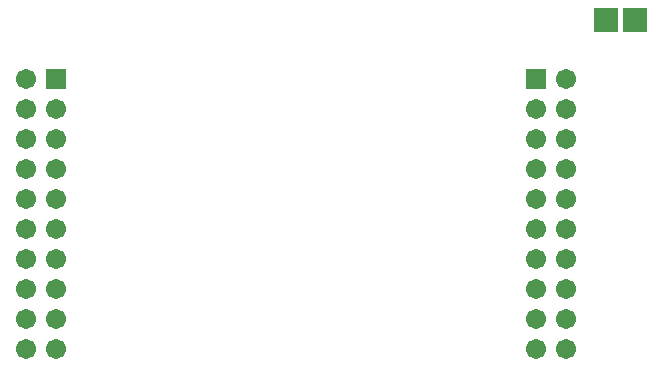
<source format=gts>
%FSLAX24Y24*%
%MOIN*%
G70*
G01*
G75*
G04 Layer_Color=8388736*
%ADD10C,0.0394*%
%ADD11C,0.0098*%
%ADD12C,0.0118*%
%ADD13C,0.0197*%
%ADD14R,0.0906X0.0795*%
%ADD15C,0.0591*%
%ADD16R,0.0591X0.0591*%
%ADD17R,0.0709X0.0709*%
%ADD18C,0.0217*%
%ADD19C,0.0236*%
%ADD20R,0.1772X0.0591*%
%ADD21O,0.0433X0.0394*%
%ADD22R,0.0433X0.0394*%
%ADD23R,0.0394X0.0433*%
%ADD24O,0.1772X0.0591*%
%ADD25R,0.0787X0.0591*%
%ADD26R,0.0591X0.0787*%
%ADD27R,0.1063X0.0630*%
%ADD28R,0.0984X0.1299*%
%ADD29R,0.1575X0.1181*%
%ADD30R,0.0157X0.0472*%
%ADD31R,0.0098X0.0709*%
%ADD32R,0.0630X0.1181*%
%ADD33R,0.0630X0.0709*%
%ADD34C,0.0157*%
%ADD35C,0.0079*%
%ADD36R,0.1651X0.0909*%
%ADD37C,0.0671*%
%ADD38R,0.0671X0.0671*%
%ADD39R,0.0789X0.0789*%
D37*
X21000Y-3000D02*
D03*
X20000Y-4000D02*
D03*
X21000D02*
D03*
X20000Y-5000D02*
D03*
X21000D02*
D03*
X20000Y-6000D02*
D03*
X21000D02*
D03*
X20000Y-7000D02*
D03*
X21000D02*
D03*
X20000Y-8000D02*
D03*
X21000D02*
D03*
X20000Y-9000D02*
D03*
X21000D02*
D03*
X20000Y-10000D02*
D03*
X21000D02*
D03*
X20000Y-11000D02*
D03*
X21000D02*
D03*
X20000Y-12000D02*
D03*
X21000D02*
D03*
X3000Y-3000D02*
D03*
X4000Y-4000D02*
D03*
X3000D02*
D03*
X4000Y-5000D02*
D03*
X3000D02*
D03*
X4000Y-6000D02*
D03*
X3000D02*
D03*
X4000Y-7000D02*
D03*
X3000D02*
D03*
X4000Y-8000D02*
D03*
X3000D02*
D03*
X4000Y-9000D02*
D03*
X3000D02*
D03*
X4000Y-10000D02*
D03*
X3000D02*
D03*
X4000Y-11000D02*
D03*
X3000D02*
D03*
X4000Y-12000D02*
D03*
X3000D02*
D03*
D38*
X20000Y-3000D02*
D03*
X4000D02*
D03*
D39*
X22335Y-1032D02*
D03*
X23319D02*
D03*
M02*

</source>
